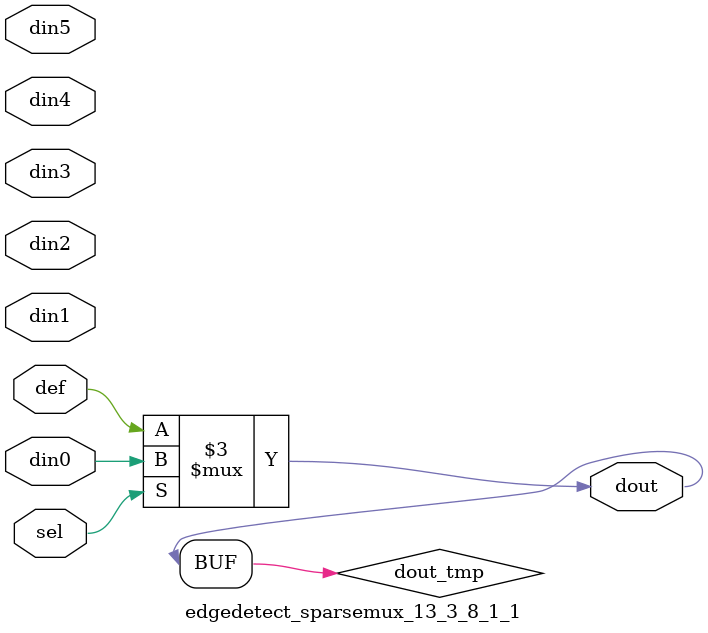
<source format=v>
`timescale 1ns / 1ps

module edgedetect_sparsemux_13_3_8_1_1 (din0,din1,din2,din3,din4,din5,def,sel,dout);

parameter din0_WIDTH = 1;

parameter din1_WIDTH = 1;

parameter din2_WIDTH = 1;

parameter din3_WIDTH = 1;

parameter din4_WIDTH = 1;

parameter din5_WIDTH = 1;

parameter def_WIDTH = 1;
parameter sel_WIDTH = 1;
parameter dout_WIDTH = 1;

parameter [sel_WIDTH-1:0] CASE0 = 1;

parameter [sel_WIDTH-1:0] CASE1 = 1;

parameter [sel_WIDTH-1:0] CASE2 = 1;

parameter [sel_WIDTH-1:0] CASE3 = 1;

parameter [sel_WIDTH-1:0] CASE4 = 1;

parameter [sel_WIDTH-1:0] CASE5 = 1;

parameter ID = 1;
parameter NUM_STAGE = 1;



input [din0_WIDTH-1:0] din0;

input [din1_WIDTH-1:0] din1;

input [din2_WIDTH-1:0] din2;

input [din3_WIDTH-1:0] din3;

input [din4_WIDTH-1:0] din4;

input [din5_WIDTH-1:0] din5;

input [def_WIDTH-1:0] def;
input [sel_WIDTH-1:0] sel;

output [dout_WIDTH-1:0] dout;



reg [dout_WIDTH-1:0] dout_tmp;


always @ (*) begin
(* parallel_case *) case (sel)
    
    CASE0 : dout_tmp = din0;
    
    CASE1 : dout_tmp = din1;
    
    CASE2 : dout_tmp = din2;
    
    CASE3 : dout_tmp = din3;
    
    CASE4 : dout_tmp = din4;
    
    CASE5 : dout_tmp = din5;
    
    default : dout_tmp = def;
endcase
end


assign dout = dout_tmp;



endmodule

</source>
